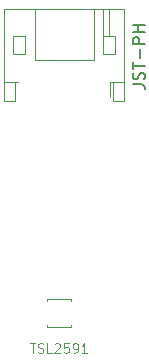
<source format=gbr>
%TF.GenerationSoftware,KiCad,Pcbnew,7.0.2-0*%
%TF.CreationDate,2024-01-04T15:38:33-05:00*%
%TF.ProjectId,TLS2591_v3,544c5332-3539-4315-9f76-332e6b696361,2*%
%TF.SameCoordinates,Original*%
%TF.FileFunction,Legend,Top*%
%TF.FilePolarity,Positive*%
%FSLAX46Y46*%
G04 Gerber Fmt 4.6, Leading zero omitted, Abs format (unit mm)*
G04 Created by KiCad (PCBNEW 7.0.2-0) date 2024-01-04 15:38:33*
%MOMM*%
%LPD*%
G01*
G04 APERTURE LIST*
%ADD10C,0.100000*%
%ADD11C,0.150000*%
%ADD12C,0.120000*%
G04 APERTURE END LIST*
D10*
X149428190Y-99686095D02*
X149885333Y-99686095D01*
X149656761Y-100486095D02*
X149656761Y-99686095D01*
X150113904Y-100448000D02*
X150228190Y-100486095D01*
X150228190Y-100486095D02*
X150418666Y-100486095D01*
X150418666Y-100486095D02*
X150494857Y-100448000D01*
X150494857Y-100448000D02*
X150532952Y-100409904D01*
X150532952Y-100409904D02*
X150571047Y-100333714D01*
X150571047Y-100333714D02*
X150571047Y-100257523D01*
X150571047Y-100257523D02*
X150532952Y-100181333D01*
X150532952Y-100181333D02*
X150494857Y-100143238D01*
X150494857Y-100143238D02*
X150418666Y-100105142D01*
X150418666Y-100105142D02*
X150266285Y-100067047D01*
X150266285Y-100067047D02*
X150190095Y-100028952D01*
X150190095Y-100028952D02*
X150152000Y-99990857D01*
X150152000Y-99990857D02*
X150113904Y-99914666D01*
X150113904Y-99914666D02*
X150113904Y-99838476D01*
X150113904Y-99838476D02*
X150152000Y-99762285D01*
X150152000Y-99762285D02*
X150190095Y-99724190D01*
X150190095Y-99724190D02*
X150266285Y-99686095D01*
X150266285Y-99686095D02*
X150456762Y-99686095D01*
X150456762Y-99686095D02*
X150571047Y-99724190D01*
X151294857Y-100486095D02*
X150913905Y-100486095D01*
X150913905Y-100486095D02*
X150913905Y-99686095D01*
X151523428Y-99762285D02*
X151561524Y-99724190D01*
X151561524Y-99724190D02*
X151637714Y-99686095D01*
X151637714Y-99686095D02*
X151828190Y-99686095D01*
X151828190Y-99686095D02*
X151904381Y-99724190D01*
X151904381Y-99724190D02*
X151942476Y-99762285D01*
X151942476Y-99762285D02*
X151980571Y-99838476D01*
X151980571Y-99838476D02*
X151980571Y-99914666D01*
X151980571Y-99914666D02*
X151942476Y-100028952D01*
X151942476Y-100028952D02*
X151485333Y-100486095D01*
X151485333Y-100486095D02*
X151980571Y-100486095D01*
X152704381Y-99686095D02*
X152323429Y-99686095D01*
X152323429Y-99686095D02*
X152285333Y-100067047D01*
X152285333Y-100067047D02*
X152323429Y-100028952D01*
X152323429Y-100028952D02*
X152399619Y-99990857D01*
X152399619Y-99990857D02*
X152590095Y-99990857D01*
X152590095Y-99990857D02*
X152666286Y-100028952D01*
X152666286Y-100028952D02*
X152704381Y-100067047D01*
X152704381Y-100067047D02*
X152742476Y-100143238D01*
X152742476Y-100143238D02*
X152742476Y-100333714D01*
X152742476Y-100333714D02*
X152704381Y-100409904D01*
X152704381Y-100409904D02*
X152666286Y-100448000D01*
X152666286Y-100448000D02*
X152590095Y-100486095D01*
X152590095Y-100486095D02*
X152399619Y-100486095D01*
X152399619Y-100486095D02*
X152323429Y-100448000D01*
X152323429Y-100448000D02*
X152285333Y-100409904D01*
X153123429Y-100486095D02*
X153275810Y-100486095D01*
X153275810Y-100486095D02*
X153352000Y-100448000D01*
X153352000Y-100448000D02*
X153390096Y-100409904D01*
X153390096Y-100409904D02*
X153466286Y-100295619D01*
X153466286Y-100295619D02*
X153504381Y-100143238D01*
X153504381Y-100143238D02*
X153504381Y-99838476D01*
X153504381Y-99838476D02*
X153466286Y-99762285D01*
X153466286Y-99762285D02*
X153428191Y-99724190D01*
X153428191Y-99724190D02*
X153352000Y-99686095D01*
X153352000Y-99686095D02*
X153199619Y-99686095D01*
X153199619Y-99686095D02*
X153123429Y-99724190D01*
X153123429Y-99724190D02*
X153085334Y-99762285D01*
X153085334Y-99762285D02*
X153047238Y-99838476D01*
X153047238Y-99838476D02*
X153047238Y-100028952D01*
X153047238Y-100028952D02*
X153085334Y-100105142D01*
X153085334Y-100105142D02*
X153123429Y-100143238D01*
X153123429Y-100143238D02*
X153199619Y-100181333D01*
X153199619Y-100181333D02*
X153352000Y-100181333D01*
X153352000Y-100181333D02*
X153428191Y-100143238D01*
X153428191Y-100143238D02*
X153466286Y-100105142D01*
X153466286Y-100105142D02*
X153504381Y-100028952D01*
X154266286Y-100486095D02*
X153809143Y-100486095D01*
X154037715Y-100486095D02*
X154037715Y-99686095D01*
X154037715Y-99686095D02*
X153961524Y-99800380D01*
X153961524Y-99800380D02*
X153885334Y-99876571D01*
X153885334Y-99876571D02*
X153809143Y-99914666D01*
D11*
X158135619Y-77758990D02*
X158849904Y-77758990D01*
X158849904Y-77758990D02*
X158992761Y-77806609D01*
X158992761Y-77806609D02*
X159088000Y-77901847D01*
X159088000Y-77901847D02*
X159135619Y-78044704D01*
X159135619Y-78044704D02*
X159135619Y-78139942D01*
X159088000Y-77330418D02*
X159135619Y-77187561D01*
X159135619Y-77187561D02*
X159135619Y-76949466D01*
X159135619Y-76949466D02*
X159088000Y-76854228D01*
X159088000Y-76854228D02*
X159040380Y-76806609D01*
X159040380Y-76806609D02*
X158945142Y-76758990D01*
X158945142Y-76758990D02*
X158849904Y-76758990D01*
X158849904Y-76758990D02*
X158754666Y-76806609D01*
X158754666Y-76806609D02*
X158707047Y-76854228D01*
X158707047Y-76854228D02*
X158659428Y-76949466D01*
X158659428Y-76949466D02*
X158611809Y-77139942D01*
X158611809Y-77139942D02*
X158564190Y-77235180D01*
X158564190Y-77235180D02*
X158516571Y-77282799D01*
X158516571Y-77282799D02*
X158421333Y-77330418D01*
X158421333Y-77330418D02*
X158326095Y-77330418D01*
X158326095Y-77330418D02*
X158230857Y-77282799D01*
X158230857Y-77282799D02*
X158183238Y-77235180D01*
X158183238Y-77235180D02*
X158135619Y-77139942D01*
X158135619Y-77139942D02*
X158135619Y-76901847D01*
X158135619Y-76901847D02*
X158183238Y-76758990D01*
X158135619Y-76473275D02*
X158135619Y-75901847D01*
X159135619Y-76187561D02*
X158135619Y-76187561D01*
X158754666Y-75568513D02*
X158754666Y-74806609D01*
X159135619Y-74330418D02*
X158135619Y-74330418D01*
X158135619Y-74330418D02*
X158135619Y-73949466D01*
X158135619Y-73949466D02*
X158183238Y-73854228D01*
X158183238Y-73854228D02*
X158230857Y-73806609D01*
X158230857Y-73806609D02*
X158326095Y-73758990D01*
X158326095Y-73758990D02*
X158468952Y-73758990D01*
X158468952Y-73758990D02*
X158564190Y-73806609D01*
X158564190Y-73806609D02*
X158611809Y-73854228D01*
X158611809Y-73854228D02*
X158659428Y-73949466D01*
X158659428Y-73949466D02*
X158659428Y-74330418D01*
X159135619Y-73330418D02*
X158135619Y-73330418D01*
X158611809Y-73330418D02*
X158611809Y-72758990D01*
X159135619Y-72758990D02*
X158135619Y-72758990D01*
D10*
%TO.C,IC1*%
X150880000Y-95940000D02*
X152880000Y-95940000D01*
X150880000Y-96140000D02*
X150880000Y-95940000D01*
X150880000Y-98140000D02*
X150880000Y-98340000D01*
X150880000Y-98340000D02*
X152880000Y-98340000D01*
X152880000Y-95940000D02*
X152880000Y-96140000D01*
X152880000Y-98340000D02*
X152880000Y-98140000D01*
D12*
%TO.C,J1*%
X157374400Y-79184000D02*
X157374400Y-71364000D01*
X157374400Y-77584000D02*
X156454400Y-77584000D01*
X157374400Y-71364000D02*
X147254400Y-71364000D01*
X156614400Y-75224000D02*
X156614400Y-73624000D01*
X156614400Y-73624000D02*
X155614400Y-73624000D01*
X156454400Y-79184000D02*
X157374400Y-79184000D01*
X156454400Y-77584000D02*
X156454400Y-79184000D01*
X156174400Y-77584000D02*
X156454400Y-77584000D01*
X156174400Y-77584000D02*
X156174400Y-78799000D01*
X156114400Y-73624000D02*
X156114400Y-71364000D01*
X155614400Y-75224000D02*
X156614400Y-75224000D01*
X155614400Y-73624000D02*
X155614400Y-75224000D01*
X155614400Y-73624000D02*
X155614400Y-71364000D01*
X154814400Y-75724000D02*
X149814400Y-75724000D01*
X154814400Y-71364000D02*
X154814400Y-75724000D01*
X149814400Y-75724000D02*
X149814400Y-71364000D01*
X149014400Y-75224000D02*
X148014400Y-75224000D01*
X149014400Y-73624000D02*
X149014400Y-75224000D01*
X148174400Y-79184000D02*
X148174400Y-77584000D01*
X148174400Y-77584000D02*
X148454400Y-77584000D01*
X148014400Y-75224000D02*
X148014400Y-73624000D01*
X148014400Y-73624000D02*
X149014400Y-73624000D01*
X147254400Y-79184000D02*
X148174400Y-79184000D01*
X147254400Y-77584000D02*
X148174400Y-77584000D01*
X147254400Y-71364000D02*
X147254400Y-79184000D01*
%TD*%
M02*

</source>
